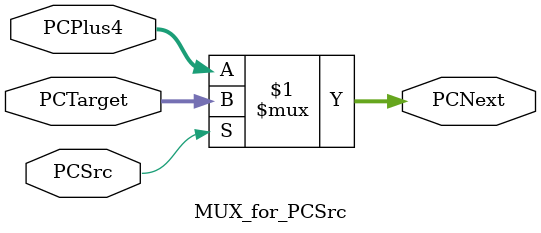
<source format=v>
module MUX_for_PCSrc(
    input [31:0] PCPlus4,   // Next sequential PC
    input [31:0] PCTarget,  // Branch/jump target PC
    input PCSrc,            // Select signal: 0 = PC+4, 1 = PCTarget
    output [31:0] PCNext    // Final PC value to be loaded
);
    assign PCNext = PCSrc ? PCTarget : PCPlus4;
endmodule

</source>
